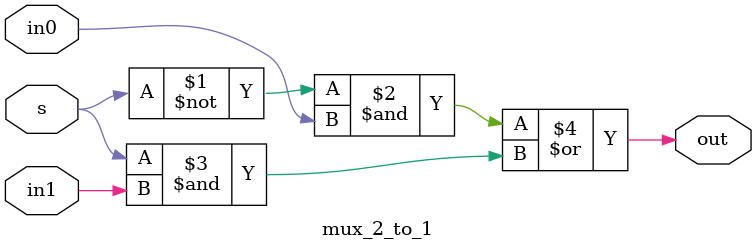
<source format=v>
`timescale 1ns / 1ps


module mux_2_to_1(
    input in0,
    input in1,
    input s,
    output out
    );
    assign out = (~s & in0) | (s & in1);
endmodule

</source>
